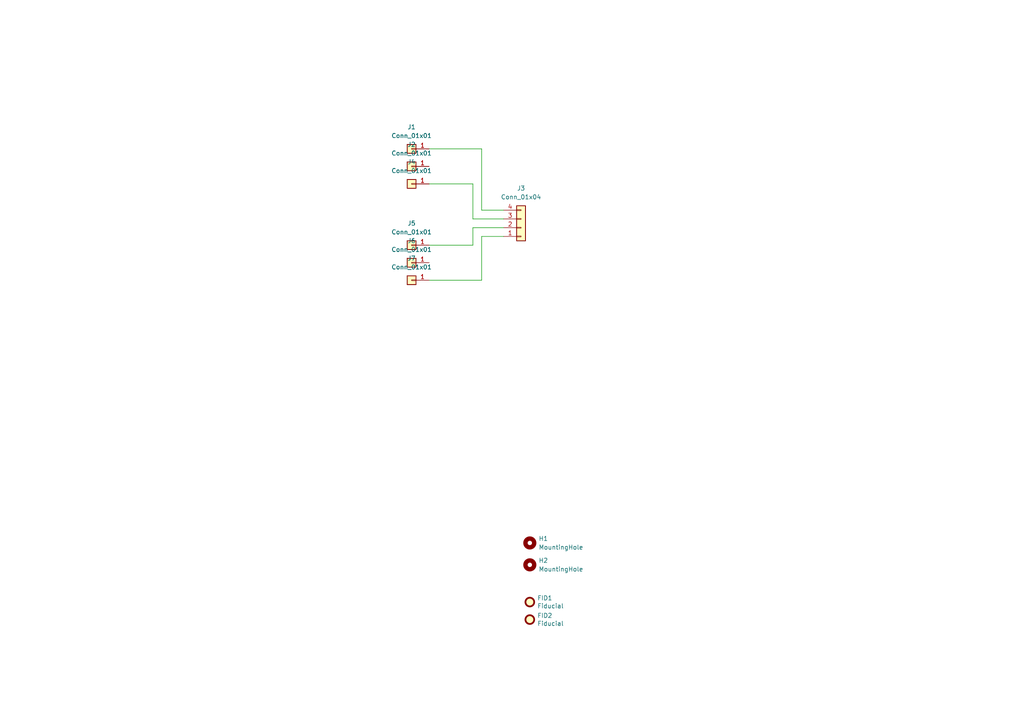
<source format=kicad_sch>
(kicad_sch (version 20211123) (generator eeschema)
  (paper "A4")
  (title_block (title "Index - Ring Light") (date "2021-09-14") (rev "04"))
  (lib_symbols
    (symbol "Connector_Generic:Conn_01x01" (pin_names (offset 1.016) hide)
      (property "Reference" "J" (at 0 2.54 0))
      (property "Value" "Conn_01x01" (at 0 -2.54 0))
      (symbol "Conn_01x01_1_1"
        (rectangle (start -1.27 0.127) (end 0 -0.127) (stroke (width 0.1524)))
        (rectangle (start -1.27 1.27) (end 1.27 -1.27) (stroke (width 0.254)) (fill (type background)))
        (pin passive line (at -5.08 0 0) (length 3.81) (name "Pin_1") (number "1"))
      )
    )
    (symbol "Connector_Generic:Conn_01x04" (pin_names (offset 1.016) hide)
      (property "Reference" "J" (at 0 5.08 0))
      (property "Value" "Conn_01x04" (at 0 -7.62 0))
      (symbol "Conn_01x04_1_1"
        (rectangle (start -1.27 -4.953) (end 0 -5.207) (stroke (width 0.1524)))
        (rectangle (start -1.27 -2.413) (end 0 -2.667) (stroke (width 0.1524)))
        (rectangle (start -1.27 0.127) (end 0 -0.127) (stroke (width 0.1524)))
        (rectangle (start -1.27 2.667) (end 0 2.413) (stroke (width 0.1524)))
        (rectangle (start -1.27 3.81) (end 1.27 -6.35) (stroke (width 0.254)) (fill (type background)))
        (pin passive line (at -5.08 2.54 0) (length 3.81) (name "Pin_1") (number "1"))
        (pin passive line (at -5.08 0 0) (length 3.81) (name "Pin_2") (number "2"))
        (pin passive line (at -5.08 -2.54 0) (length 3.81) (name "Pin_3") (number "3"))
        (pin passive line (at -5.08 -5.08 0) (length 3.81) (name "Pin_4") (number "4"))
      )
    )
    (symbol "Mechanical:Fiducial"
      (property "Reference" "FID" (at 0 5.08 0))
      (property "Value" "Fiducial" (at 0 3.175 0))
      (symbol "Fiducial_0_1"
        (circle (center 0 0) (radius 1.27) (stroke (width 0.508)) (fill (type background)))
      )
    )
    (symbol "Mechanical:MountingHole" (pin_names (offset 1.016))
      (property "Reference" "H" (at 0 5.08 0))
      (property "Value" "MountingHole" (at 0 3.175 0))
      (symbol "MountingHole_0_1"
        (circle (center 0 0) (radius 1.27) (stroke (width 1.27)))
      )
    )
  )
  (wire (pts (xy 139.7 81.28) (xy 124.46 81.28)))
  (wire (pts (xy 124.46 71.12) (xy 137.16 71.12)))
  (wire (pts (xy 137.16 66.04) (xy 137.16 71.12)))
  (wire (pts (xy 137.16 53.34) (xy 137.16 63.5)))
  (wire (pts (xy 139.7 43.18) (xy 124.46 43.18)))
  (wire (pts (xy 139.7 60.96) (xy 139.7 43.18)))
  (wire (pts (xy 146.05 60.96) (xy 139.7 60.96)))
  (wire (pts (xy 137.16 63.5) (xy 146.05 63.5)))
  (wire (pts (xy 139.7 68.58) (xy 139.7 81.28)))
  (wire (pts (xy 124.46 53.34) (xy 137.16 53.34)))
  (wire (pts (xy 146.05 66.04) (xy 137.16 66.04)))
  (wire (pts (xy 146.05 68.58) (xy 139.7 68.58)))
  (symbol (lib_id "Mechanical:Fiducial") (at 153.67 174.625 0) (unit 1)
    (property "Reference" "FID1" (at 155.829 173.4566 0) (effects (justify left)))
    (property "Value" "Fiducial" (at 155.829 175.768 0) (effects (justify left)))
    (property "Footprint" "Fiducial:Fiducial_1mm_Mask2mm" (effects hide))
  )
  (symbol (lib_id "Mechanical:Fiducial") (at 153.67 179.705 0) (unit 1)
    (property "Reference" "FID2" (at 155.829 178.5366 0) (effects (justify left)))
    (property "Value" "Fiducial" (at 155.829 180.848 0) (effects (justify left)))
    (property "Footprint" "Fiducial:Fiducial_1mm_Mask2mm" (effects hide))
  )
  (symbol (lib_id "Connector_Generic:Conn_01x01") (at 119.38 48.26 0) (mirror y) (unit 1)
    (property "Reference" "J2" (at 119.38 41.91 0))
    (property "Value" "Conn_01x01" (at 119.38 44.45 0))
    (property "Footprint" "TestPoint:TestPoint_Pad_3.0x3.0mm" (effects hide))
  )
  (symbol (lib_id "Connector_Generic:Conn_01x01") (at 119.38 81.28 0) (mirror y) (unit 1)
    (property "Reference" "J7" (at 119.38 74.93 0))
    (property "Value" "Conn_01x01" (at 119.38 77.47 0))
    (property "Footprint" "TestPoint:TestPoint_Pad_3.0x3.0mm" (effects hide))
  )
  (symbol (lib_id "Mechanical:MountingHole") (at 153.67 157.48 0) (unit 1)
    (property "Reference" "H1" (at 156.21 156.2099 0) (effects (justify left)))
    (property "Value" "MountingHole" (at 156.21 158.7499 0) (effects (justify left)))
    (property "Footprint" "MountingHole:MountingHole_2.2mm_M2_DIN965_Pad_TopOnly" (effects hide))
  )
  (symbol (lib_id "Connector_Generic:Conn_01x01") (at 119.38 71.12 0) (mirror y) (unit 1)
    (property "Reference" "J5" (at 119.38 64.77 0))
    (property "Value" "Conn_01x01" (at 119.38 67.31 0))
    (property "Footprint" "TestPoint:TestPoint_Pad_3.0x3.0mm" (effects hide))
  )
  (symbol (lib_id "Connector_Generic:Conn_01x01") (at 119.38 53.34 0) (mirror y) (unit 1)
    (property "Reference" "J4" (at 119.38 46.99 0))
    (property "Value" "Conn_01x01" (at 119.38 49.53 0))
    (property "Footprint" "TestPoint:TestPoint_Pad_3.0x3.0mm" (effects hide))
  )
  (symbol (lib_id "Mechanical:MountingHole") (at 153.67 163.83 0) (unit 1)
    (property "Reference" "H2" (at 156.21 162.5599 0) (effects (justify left)))
    (property "Value" "MountingHole" (at 156.21 165.0999 0) (effects (justify left)))
    (property "Footprint" "MountingHole:MountingHole_2.2mm_M2_DIN965_Pad_TopOnly" (effects hide))
  )
  (symbol (lib_id "Connector_Generic:Conn_01x04") (at 151.13 66.04 0) (mirror x) (unit 1)
    (property "Reference" "J3" (at 151.13 54.61 0))
    (property "Value" "Conn_01x04" (at 151.13 57.15 0))
    (property "Footprint" "Connector_JST:JST_PH_B4B-PH-K_1x04_P2.00mm_Vertical" (effects hide))
  )
  (symbol (lib_id "Connector_Generic:Conn_01x01") (at 119.38 43.18 0) (mirror y) (unit 1)
    (property "Reference" "J1" (at 119.38 36.83 0))
    (property "Value" "Conn_01x01" (at 119.38 39.37 0))
    (property "Footprint" "TestPoint:TestPoint_Pad_3.0x3.0mm" (effects hide))
  )
  (symbol (lib_id "Connector_Generic:Conn_01x01") (at 119.38 76.2 0) (mirror y) (unit 1)
    (property "Reference" "J6" (at 119.38 69.85 0))
    (property "Value" "Conn_01x01" (at 119.38 72.39 0))
    (property "Footprint" "TestPoint:TestPoint_Pad_3.0x3.0mm" (effects hide))
  )
)
</source>
